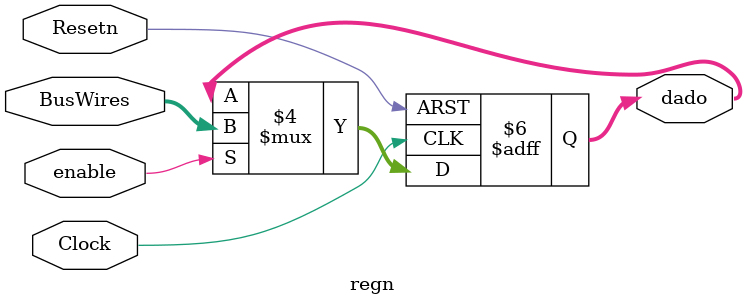
<source format=v>
module regn (BusWires, Resetn, enable, Clock, dado);
	input [15:0] BusWires;
	input Resetn, enable, Clock;
	output reg [15:0] dado;
	
	initial begin
		dado <= 16'b0;
	end

	// Escrita
	always @(posedge Clock, negedge Resetn) begin
		if(!Resetn) begin
			dado <= 16'b0;
		end
		else if(enable) begin
			dado <= BusWires;
		end
	end
endmodule

</source>
